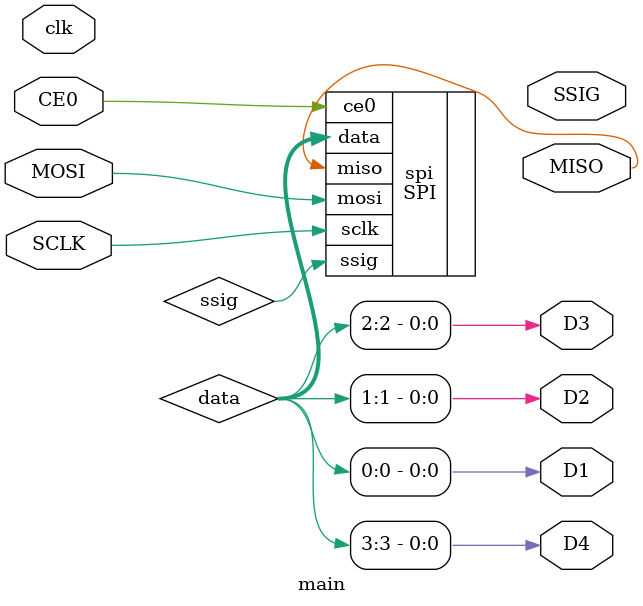
<source format=v>
module main (
             input clk,
             input SCLK,
             input MOSI,
             input CE0,
             output MISO,
             output SSIG,
             output D1,
             output D2,
             output D3,
             output D4
             );

   wire ssig;
   wire [7:0] data;
   SPI spi (
            .sclk(SCLK),
            .mosi(MOSI),
            .ce0(CE0),
            .miso(MISO),
            .ssig(ssig),
            .data(data)
            );

   assign D1 = data[0];
   assign D2 = data[1];
   assign D3 = data[2];
   assign D4 = data[3];

endmodule

</source>
